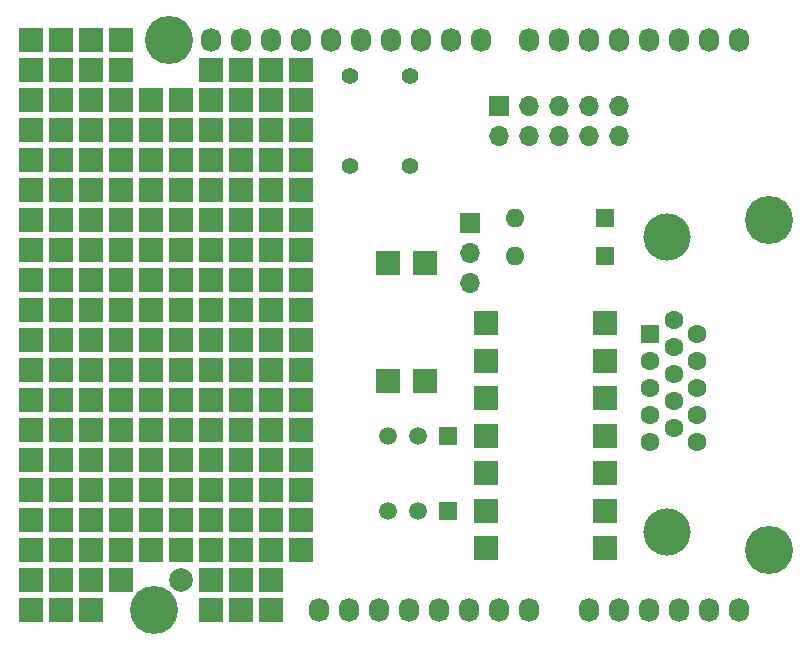
<source format=gbs>
G04 #@! TF.GenerationSoftware,KiCad,Pcbnew,(5.1.6)-1*
G04 #@! TF.CreationDate,2023-11-11T21:49:05+01:00*
G04 #@! TF.ProjectId,15khzvgatester,31356b68-7a76-4676-9174-65737465722e,rev?*
G04 #@! TF.SameCoordinates,Original*
G04 #@! TF.FileFunction,Soldermask,Bot*
G04 #@! TF.FilePolarity,Negative*
%FSLAX46Y46*%
G04 Gerber Fmt 4.6, Leading zero omitted, Abs format (unit mm)*
G04 Created by KiCad (PCBNEW (5.1.6)-1) date 2023-11-11 21:49:05*
%MOMM*%
%LPD*%
G01*
G04 APERTURE LIST*
%ADD10R,2.000000X2.000000*%
%ADD11C,2.000000*%
%ADD12R,1.700000X1.700000*%
%ADD13O,1.700000X1.700000*%
%ADD14C,1.397000*%
%ADD15R,1.998980X1.998980*%
%ADD16C,1.520000*%
%ADD17R,1.520000X1.520000*%
%ADD18C,4.000000*%
%ADD19C,1.600000*%
%ADD20R,1.600000X1.600000*%
%ADD21O,1.600000X1.600000*%
%ADD22O,1.727200X2.032000*%
%ADD23C,4.064000*%
G04 APERTURE END LIST*
D10*
X122174000Y-121285000D03*
D11*
X127254000Y-121285000D03*
D10*
X114554000Y-93345000D03*
X117094000Y-93345000D03*
X119634000Y-93345000D03*
X119634000Y-90805000D03*
X117094000Y-90805000D03*
X114554000Y-90805000D03*
X114554000Y-88265000D03*
X117094000Y-88265000D03*
X119634000Y-88265000D03*
X119634000Y-85725000D03*
X117094000Y-85725000D03*
X114554000Y-85725000D03*
X114554000Y-83185000D03*
X117094000Y-83185000D03*
X119634000Y-83185000D03*
X114554000Y-116205000D03*
X117094000Y-116205000D03*
X119634000Y-116205000D03*
X119634000Y-118745000D03*
X117094000Y-118745000D03*
X114554000Y-118745000D03*
X117094000Y-121285000D03*
X114554000Y-121285000D03*
X114554000Y-123825000D03*
X117094000Y-123825000D03*
X119634000Y-123825000D03*
X119634000Y-121285000D03*
X122174000Y-118745000D03*
X122174000Y-116205000D03*
X122174000Y-113665000D03*
X119634000Y-113665000D03*
X117094000Y-113665000D03*
X114554000Y-113665000D03*
X122174000Y-83185000D03*
X122174000Y-85725000D03*
X122174000Y-88265000D03*
X122174000Y-90805000D03*
X122174000Y-93345000D03*
X122174000Y-95885000D03*
X119634000Y-95885000D03*
X117094000Y-95885000D03*
X114554000Y-95885000D03*
X122174000Y-80645000D03*
X119634000Y-80645000D03*
X117094000Y-80645000D03*
X114554000Y-80645000D03*
X124714000Y-113665000D03*
X124714000Y-116205000D03*
X124714000Y-118745000D03*
X127254000Y-118745000D03*
X134874000Y-123825000D03*
X132334000Y-123825000D03*
X129794000Y-123825000D03*
X134874000Y-118745000D03*
X114554000Y-111125000D03*
X114554000Y-108585000D03*
X114554000Y-106045000D03*
X114554000Y-103505000D03*
X114554000Y-100965000D03*
X114554000Y-98425000D03*
X124714000Y-95885000D03*
X124714000Y-93345000D03*
X124714000Y-90805000D03*
X124714000Y-88265000D03*
X124714000Y-85725000D03*
X124714000Y-83185000D03*
X124714000Y-80645000D03*
X127254000Y-80645000D03*
X117094000Y-78105000D03*
X114554000Y-78105000D03*
X117094000Y-75565000D03*
X114554000Y-75565000D03*
X122174000Y-78105000D03*
X119634000Y-78105000D03*
X122174000Y-75565000D03*
X119634000Y-75565000D03*
X119634000Y-111125000D03*
X117094000Y-111125000D03*
X119634000Y-108585000D03*
X117094000Y-108585000D03*
X119634000Y-106045000D03*
X117094000Y-106045000D03*
X119634000Y-103505000D03*
X117094000Y-103505000D03*
X119634000Y-100965000D03*
X117094000Y-100965000D03*
X119634000Y-98425000D03*
X117094000Y-98425000D03*
X124714000Y-111125000D03*
X122174000Y-111125000D03*
X124714000Y-108585000D03*
X122174000Y-108585000D03*
X124714000Y-106045000D03*
X122174000Y-106045000D03*
X124714000Y-103505000D03*
X122174000Y-103505000D03*
X124714000Y-100965000D03*
X122174000Y-100965000D03*
X124714000Y-98425000D03*
X122174000Y-98425000D03*
X132334000Y-121285000D03*
X129794000Y-121285000D03*
X132334000Y-118745000D03*
X129794000Y-118745000D03*
X129794000Y-116205000D03*
X127254000Y-116205000D03*
X129794000Y-113665000D03*
X127254000Y-113665000D03*
X129794000Y-111125000D03*
X127254000Y-111125000D03*
X129794000Y-108585000D03*
X127254000Y-108585000D03*
X129794000Y-106045000D03*
X127254000Y-106045000D03*
X129794000Y-103505000D03*
X127254000Y-103505000D03*
X129794000Y-100965000D03*
X127254000Y-100965000D03*
X129794000Y-98425000D03*
X127254000Y-98425000D03*
X129794000Y-95885000D03*
X127254000Y-95885000D03*
X129794000Y-93345000D03*
X127254000Y-93345000D03*
X129794000Y-90805000D03*
X127254000Y-90805000D03*
X129794000Y-88265000D03*
X127254000Y-88265000D03*
X129794000Y-85725000D03*
X127254000Y-85725000D03*
X129794000Y-83185000D03*
X127254000Y-83185000D03*
X134874000Y-116205000D03*
X132334000Y-116205000D03*
X134874000Y-113665000D03*
X132334000Y-113665000D03*
X134874000Y-111125000D03*
X132334000Y-111125000D03*
X134874000Y-108585000D03*
X132334000Y-108585000D03*
X134874000Y-106045000D03*
X132334000Y-106045000D03*
X134874000Y-103505000D03*
X132334000Y-103505000D03*
X134874000Y-100965000D03*
X132334000Y-100965000D03*
X134874000Y-98425000D03*
X132334000Y-98425000D03*
X134874000Y-95885000D03*
X132334000Y-95885000D03*
X134874000Y-93345000D03*
X132334000Y-93345000D03*
X134874000Y-90805000D03*
X132334000Y-90805000D03*
X134874000Y-88265000D03*
X132334000Y-88265000D03*
X134874000Y-85725000D03*
X132334000Y-85725000D03*
X134874000Y-83185000D03*
X132334000Y-83185000D03*
X134874000Y-80645000D03*
X132334000Y-80645000D03*
X129794000Y-80645000D03*
X129794000Y-78105000D03*
X132334000Y-78105000D03*
X134874000Y-78105000D03*
X134874000Y-121285000D03*
X137414000Y-118745000D03*
X137414000Y-116205000D03*
X137414000Y-113665000D03*
X137414000Y-111125000D03*
X137414000Y-108585000D03*
X137414000Y-106045000D03*
X137414000Y-103505000D03*
X137414000Y-100965000D03*
X137414000Y-98425000D03*
X137414000Y-95885000D03*
X137414000Y-93345000D03*
X137414000Y-90805000D03*
X137414000Y-88265000D03*
X137414000Y-85725000D03*
X137414000Y-83185000D03*
X137414000Y-80645000D03*
X137414000Y-78105000D03*
D12*
X154178000Y-81161000D03*
D13*
X154178000Y-83701000D03*
X156718000Y-81161000D03*
X156718000Y-83701000D03*
X159258000Y-81161000D03*
X159258000Y-83701000D03*
X161798000Y-81161000D03*
X161798000Y-83701000D03*
X164338000Y-81161000D03*
X164338000Y-83701000D03*
D12*
X151748000Y-91067000D03*
D13*
X151748000Y-93607000D03*
X151748000Y-96147000D03*
D14*
X141588000Y-78621000D03*
X146668000Y-78621000D03*
X141588000Y-86241000D03*
X146668000Y-86241000D03*
D15*
X153096740Y-109101000D03*
X163099260Y-109101000D03*
X153096740Y-118626000D03*
X163099260Y-118626000D03*
X147938000Y-104498520D03*
X147938000Y-94496000D03*
X144763000Y-94496000D03*
X144763000Y-104498520D03*
X153096740Y-112276000D03*
X163099260Y-112276000D03*
X153096740Y-115451000D03*
X163099260Y-115451000D03*
X163099260Y-105926000D03*
X153096740Y-105926000D03*
X163099260Y-102751000D03*
X153096740Y-102751000D03*
X163099260Y-99576000D03*
X153096740Y-99576000D03*
D16*
X147303000Y-109101000D03*
X144763000Y-109101000D03*
D17*
X149843000Y-109101000D03*
D16*
X147303000Y-115451000D03*
X144763000Y-115451000D03*
D17*
X149843000Y-115451000D03*
D18*
X168408000Y-92276000D03*
X168408000Y-117276000D03*
D19*
X170948000Y-109621000D03*
X170948000Y-107331000D03*
X170948000Y-105041000D03*
X170948000Y-102751000D03*
X170948000Y-100461000D03*
X168968000Y-108476000D03*
X168968000Y-106186000D03*
X168968000Y-103896000D03*
X168968000Y-101606000D03*
X168968000Y-99316000D03*
X166988000Y-109621000D03*
X166988000Y-107331000D03*
X166988000Y-105041000D03*
X166988000Y-102751000D03*
D20*
X166988000Y-100461000D03*
X163178000Y-93861000D03*
D21*
X155558000Y-93861000D03*
D20*
X163178000Y-90686000D03*
D21*
X155558000Y-90686000D03*
D22*
X138938000Y-123825000D03*
X141478000Y-123825000D03*
X144018000Y-123825000D03*
X146558000Y-123825000D03*
X149098000Y-123825000D03*
X151638000Y-123825000D03*
X154178000Y-123825000D03*
X156718000Y-123825000D03*
X161798000Y-123825000D03*
X164338000Y-123825000D03*
X166878000Y-123825000D03*
X169418000Y-123825000D03*
X171958000Y-123825000D03*
X174498000Y-123825000D03*
X129794000Y-75565000D03*
X132334000Y-75565000D03*
X134874000Y-75565000D03*
X137414000Y-75565000D03*
X139954000Y-75565000D03*
X142494000Y-75565000D03*
X145034000Y-75565000D03*
X147574000Y-75565000D03*
X150114000Y-75565000D03*
X152654000Y-75565000D03*
X156718000Y-75565000D03*
X159258000Y-75565000D03*
X161798000Y-75565000D03*
X164338000Y-75565000D03*
X166878000Y-75565000D03*
X169418000Y-75565000D03*
X171958000Y-75565000D03*
X174498000Y-75565000D03*
D23*
X124968000Y-123825000D03*
X177038000Y-118745000D03*
X126238000Y-75565000D03*
X177038000Y-90805000D03*
M02*

</source>
